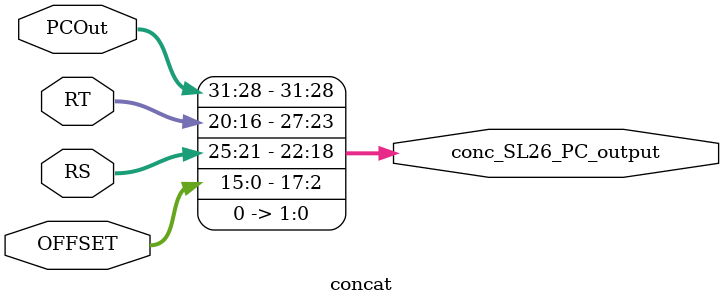
<source format=v>
module concat( 
    input wire [25:21] RS,
    input wire [20:16] RT,
    input wire [15:0] OFFSET,
    input wire [31:0] PCOut,

    output wire [31:0] conc_SL26_PC_output
);

    assign conc_SL26_PC_output = {PCOut[31:28], RT, RS, OFFSET, 2'b00};

endmodule
</source>
